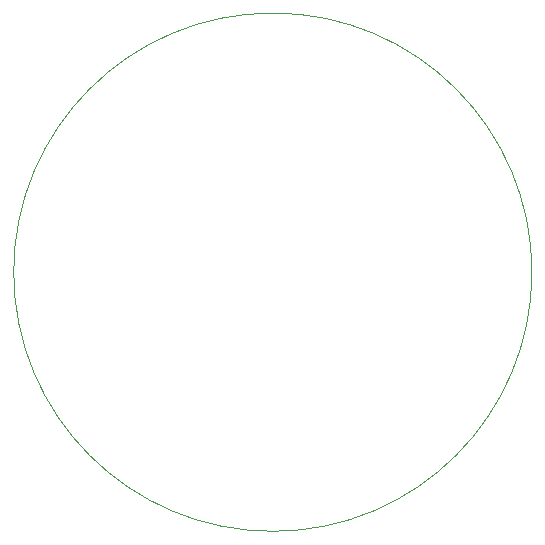
<source format=gbo>
G04 #@! TF.GenerationSoftware,KiCad,Pcbnew,(5.1.6)-1*
G04 #@! TF.CreationDate,2020-09-10T18:56:50+07:00*
G04 #@! TF.ProjectId,Kicad_Valve-hardware,4b696361-645f-4566-916c-76652d686172,rev?*
G04 #@! TF.SameCoordinates,Original*
G04 #@! TF.FileFunction,Legend,Bot*
G04 #@! TF.FilePolarity,Positive*
%FSLAX46Y46*%
G04 Gerber Fmt 4.6, Leading zero omitted, Abs format (unit mm)*
G04 Created by KiCad (PCBNEW (5.1.6)-1) date 2020-09-10 18:56:50*
%MOMM*%
%LPD*%
G01*
G04 APERTURE LIST*
%ADD10C,0.120000*%
G04 APERTURE END LIST*
D10*
X257112120Y-100032940D02*
G75*
G03*
X257112120Y-100032940I-21940000J0D01*
G01*
M02*

</source>
